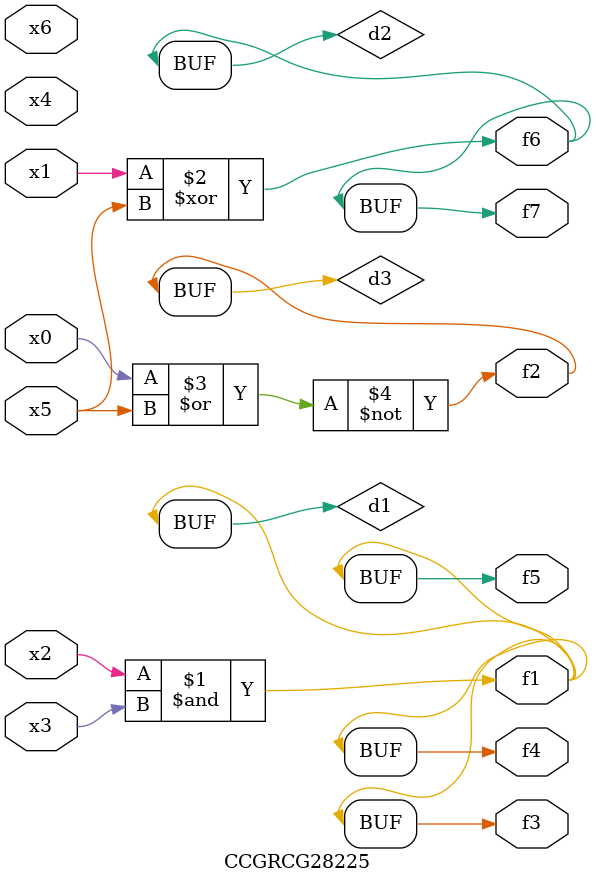
<source format=v>
module CCGRCG28225(
	input x0, x1, x2, x3, x4, x5, x6,
	output f1, f2, f3, f4, f5, f6, f7
);

	wire d1, d2, d3;

	and (d1, x2, x3);
	xor (d2, x1, x5);
	nor (d3, x0, x5);
	assign f1 = d1;
	assign f2 = d3;
	assign f3 = d1;
	assign f4 = d1;
	assign f5 = d1;
	assign f6 = d2;
	assign f7 = d2;
endmodule

</source>
